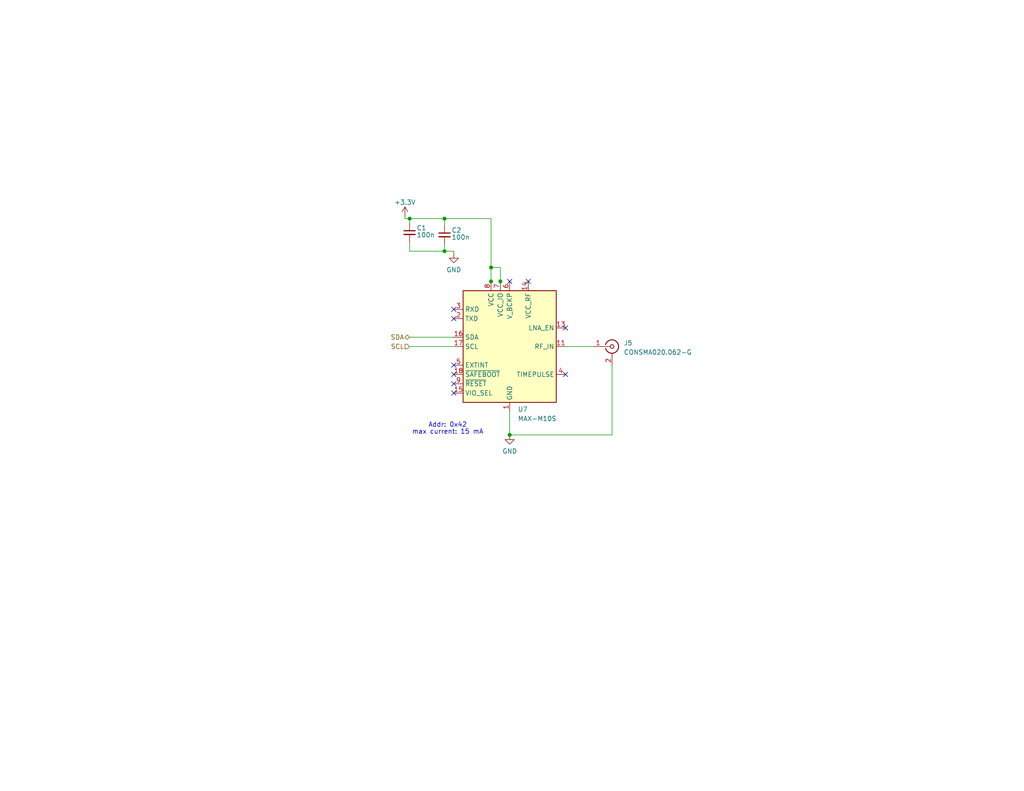
<source format=kicad_sch>
(kicad_sch (version 20230121) (generator eeschema)
  (paper "USLetter")
  (title_block (title "SRAD-FC") (company "Missouri S&T Rocket Design Team") (comment 1 "Riley Kyle"))
  (lib_symbols
    (symbol "CONSMA020.062-G:CONSMA020.062-G" (pin_names (offset 1.016) hide)
      (property "Reference" "J" (at 0.254 3.048 0))
      (property "Value" "CONSMA020.062-G" (at 2.921 0 90))
      (symbol "CONSMA020.062-G_0_1"
        (arc (start -1.778 -0.508) (mid 0.2311 -1.8066) (end 1.778 0) (stroke (width 0.254)))
        (polyline (pts (xy -2.54 0) (xy -0.508 0)))
        (polyline (pts (xy 0 -2.54) (xy 0 -1.778)))
        (circle (center 0 0) (radius 0.508) (stroke (width 0.2032)))
        (arc (start 1.778 0) (mid 0.2099 1.8101) (end -1.778 0.508) (stroke (width 0.254)))
      )
      (symbol "CONSMA020.062-G_1_1"
        (pin passive line (at -5.08 0 0) (length 2.54) (name "In") (number "1"))
        (pin passive line (at 0 -5.08 90) (length 2.54) (name "Ext") (number "2"))
      )
    )
    (symbol "Device:C_Small" (pin_numbers hide) (pin_names (offset 0.254) hide)
      (property "Reference" "C" (at 0.254 1.778 0))
      (property "Value" "C_Small" (at 0.254 -2.032 0))
      (symbol "C_Small_0_1"
        (polyline (pts (xy -1.524 -0.508) (xy 1.524 -0.508)) (stroke (width 0.3302)))
        (polyline (pts (xy -1.524 0.508) (xy 1.524 0.508)) (stroke (width 0.3048)))
      )
      (symbol "C_Small_1_1"
        (pin passive line (at 0 2.54 270) (length 2.032) (name "~") (number "1"))
        (pin passive line (at 0 -2.54 90) (length 2.032) (name "~") (number "2"))
      )
    )
    (symbol "RF_GPS:MAX-M10S"
      (property "Reference" "U" (at -10.16 16.51 0))
      (property "Value" "MAX-M10S" (at 11.43 16.51 0))
      (symbol "MAX-M10S_0_1"
        (rectangle (start 12.7 15.24) (end -12.7 -15.24) (stroke (width 0.254)) (fill (type background)))
      )
      (symbol "MAX-M10S_1_1"
        (pin power_in line (at 0 -17.78 90) (length 2.54) (name "GND") (number "1"))
        (pin passive line (at 0 -17.78 90) (length 2.54) hide (name "GND") (number "10"))
        (pin input line (at 15.24 0 180) (length 2.54) (name "RF_IN") (number "11"))
        (pin passive line (at 0 -17.78 90) (length 2.54) hide (name "GND") (number "12"))
        (pin output line (at 15.24 5.08 180) (length 2.54) (name "LNA_EN") (number "13"))
        (pin power_out line (at 5.08 17.78 270) (length 2.54) (name "VCC_RF") (number "14"))
        (pin input line (at -15.24 -12.7 0) (length 2.54) (name "VIO_SEL") (number "15"))
        (pin bidirectional line (at -15.24 2.54 0) (length 2.54) (name "SDA") (number "16"))
        (pin input line (at -15.24 0 0) (length 2.54) (name "SCL") (number "17"))
        (pin input line (at -15.24 -7.62 0) (length 2.54) (name "~{SAFEBOOT}") (number "18"))
        (pin output line (at -15.24 7.62 0) (length 2.54) (name "TXD") (number "2"))
        (pin input line (at -15.24 10.16 0) (length 2.54) (name "RXD") (number "3"))
        (pin output line (at 15.24 -7.62 180) (length 2.54) (name "TIMEPULSE") (number "4"))
        (pin input line (at -15.24 -5.08 0) (length 2.54) (name "EXTINT") (number "5"))
        (pin power_in line (at 0 17.78 270) (length 2.54) (name "V_BCKP") (number "6"))
        (pin power_in line (at -2.54 17.78 270) (length 2.54) (name "VCC_IO") (number "7"))
        (pin power_in line (at -5.08 17.78 270) (length 2.54) (name "VCC") (number "8"))
        (pin input line (at -15.24 -10.16 0) (length 2.54) (name "~{RESET}") (number "9"))
      )
    )
    (symbol "power:+3.3V" (power) (pin_names (offset 0))
      (property "Value" "+3.3V" (at 0 3.556 0))
      (symbol "+3.3V_0_1"
        (polyline (pts (xy -0.762 1.27) (xy 0 2.54)))
        (polyline (pts (xy 0 0) (xy 0 2.54)))
        (polyline (pts (xy 0 2.54) (xy 0.762 1.27)))
      )
      (symbol "+3.3V_1_1"
        (pin power_in line (at 0 0 90) (length 0) hide (name "+3.3V") (number "1"))
      )
    )
    (symbol "power:GND" (power) (pin_names (offset 0))
      (property "Value" "GND" (at 0 -3.81 0))
      (symbol "GND_0_1"
        (polyline (pts (xy 0 0) (xy 0 -1.27) (xy 1.27 -1.27) (xy 0 -2.54) (xy -1.27 -1.27) (xy 0 -1.27)))
      )
      (symbol "GND_1_1"
        (pin power_in line (at 0 0 270) (length 0) hide (name "GND") (number "1"))
      )
    )
  )
  (junction (at 111.76 59.69))
  (junction (at 136.525 76.835))
  (junction (at 133.985 73.025))
  (junction (at 139.065 118.745))
  (junction (at 121.285 59.69))
  (junction (at 121.285 68.58))
  (junction (at 133.985 76.835))
  (no_connect (at 123.825 107.315))
  (no_connect (at 154.305 89.535))
  (no_connect (at 144.145 76.835))
  (no_connect (at 123.825 102.235))
  (no_connect (at 123.825 104.775))
  (no_connect (at 123.825 99.695))
  (no_connect (at 123.825 86.995))
  (no_connect (at 123.825 84.455))
  (no_connect (at 139.065 76.835))
  (no_connect (at 154.305 102.235))
  (wire (pts (xy 161.925 94.615) (xy 154.305 94.615)))
  (wire (pts (xy 111.76 59.69) (xy 121.285 59.69)))
  (wire (pts (xy 111.76 66.04) (xy 111.76 68.58)))
  (wire (pts (xy 121.285 68.58) (xy 111.76 68.58)))
  (wire (pts (xy 111.76 59.69) (xy 110.49 59.69)))
  (wire (pts (xy 111.76 59.69) (xy 111.76 60.96)))
  (wire (pts (xy 123.825 68.58) (xy 121.285 68.58)))
  (wire (pts (xy 111.76 92.075) (xy 123.825 92.075)))
  (wire (pts (xy 136.525 73.025) (xy 136.525 76.835)))
  (wire (pts (xy 110.49 59.69) (xy 110.49 59.055)))
  (wire (pts (xy 139.065 118.745) (xy 139.065 112.395)))
  (wire (pts (xy 133.985 73.025) (xy 133.985 76.835)))
  (wire (pts (xy 121.285 59.69) (xy 133.985 59.69)))
  (wire (pts (xy 136.525 76.835) (xy 136.525 77.47)))
  (wire (pts (xy 111.76 94.615) (xy 123.825 94.615)))
  (wire (pts (xy 121.285 59.69) (xy 121.285 61.595)))
  (wire (pts (xy 133.985 76.835) (xy 133.985 77.47)))
  (wire (pts (xy 123.825 69.215) (xy 123.825 68.58)))
  (wire (pts (xy 167.005 99.695) (xy 167.005 118.745)))
  (wire (pts (xy 167.005 118.745) (xy 139.065 118.745)))
  (wire (pts (xy 136.525 73.025) (xy 133.985 73.025)))
  (wire (pts (xy 121.285 66.675) (xy 121.285 68.58)))
  (wire (pts (xy 133.985 59.69) (xy 133.985 73.025)))
  (text "Addr: 0x42" (at 116.84 116.84 0) (effects (font (size 1.27 1.27)) (justify left bottom)))
  (text "max current: 15 mA\n" (at 112.395 118.745 0) (effects (font (size 1.27 1.27)) (justify left bottom)))
  (hierarchical_label "SCL" (shape input) (at 111.76 94.615 180))
  (hierarchical_label "SDA" (shape bidirectional) (at 111.76 92.075 180))
  (symbol (lib_id "Device:C_Small") (at 121.285 64.135 0) (unit 1)
    (property "Reference" "C2" (at 123.19 62.865 0) (effects (justify left)))
    (property "Value" "100n" (at 123.19 64.77 0) (effects (justify left)))
    (property "Footprint" "Resistor_SMD:R_0603_1608Metric" (effects hide))
    (instances (project "FC" (path "" (reference "C2") (unit 1)) (path "" (reference "C9") (unit 1))))
  )
  (symbol (lib_id "RF_GPS:MAX-M10S") (at 139.065 94.615 0) (unit 1)
    (property "Reference" "U7" (at 141.2591 111.76 0) (effects (justify left)))
    (property "Value" "MAX-M10S" (at 141.2591 114.3 0) (effects (justify left)))
    (property "Footprint" "RF_GPS:ublox_MAX" (effects hide))
    (property "Datasheet" "https://content.u-blox.com/sites/default/files/MAX-M10S_DataSheet_UBX-20035208.pdf" (effects hide))
  )
  (symbol (lib_id "power:GND") (at 123.825 69.215 0) (unit 1)
    (property "Reference" "#PWR03" (effects hide))
    (property "Value" "GND" (at 123.825 73.66 0))
    (instances (project "FC" (path "" (reference "#PWR03") (unit 1)) (path "" (reference "#PWR031") (unit 1))))
  )
  (symbol (lib_id "Device:C_Small") (at 111.76 63.5 0) (unit 1)
    (property "Reference" "C1" (at 113.665 62.23 0) (effects (justify left)))
    (property "Value" "100n" (at 113.665 64.135 0) (effects (justify left)))
    (property "Footprint" "Resistor_SMD:R_0603_1608Metric" (effects hide))
    (instances (project "FC" (path "" (reference "C1") (unit 1)) (path "" (reference "C8") (unit 1))))
  )
  (symbol (lib_id "power:+3.3V") (at 110.49 59.055 0) (unit 1)
    (property "Reference" "#PWR01" (effects hide))
    (property "Value" "+3.3V" (at 110.49 55.245 0))
    (instances (project "FC" (path "" (reference "#PWR01") (unit 1)) (path "" (reference "#PWR030") (unit 1))))
  )
  (symbol (lib_id "power:GND") (at 139.065 118.745 0) (unit 1)
    (property "Reference" "#PWR032" (effects hide))
    (property "Value" "GND" (at 139.065 123.19 0))
  )
  (symbol (lib_id "CONSMA020.062-G:CONSMA020.062-G") (at 167.005 94.615 0) (unit 1)
    (property "Reference" "J5" (at 170.18 93.6382 0) (effects (justify left)))
    (property "Value" "CONSMA020.062-G" (at 170.18 96.1782 0) (effects (justify left)))
    (property "Footprint" "CONSMA020.062:CONSMA020.062-G" (effects hide))
    (property "Datasheet" " https://linxtechnologies.com/wp/wp-content/uploads/consma020.062-g-ds.pdf" (effects hide))
    (property "Digikey" "https://www.digikey.com/en/products/detail/linx-technologies-inc/CONSMA020-062-G/11482822?utm_adgroup=RF%20%26%20RFID&utm_source=google&utm_medium=cpc&utm_campaign=Dynamic%20Search_EN_RLSA_Cart&utm_term=&utm_content=RF%20%26%20RFID&gclid=CjwKCAjwjMiiBhA4EiwAZe6jQ_ICZ5R1fLlqBsg05PucOrzhKWKzfFOsQ26g2j1dcTdAjUSslVJZmhoCegUQAvD_BwE" (effects hide))
  )
)
</source>
